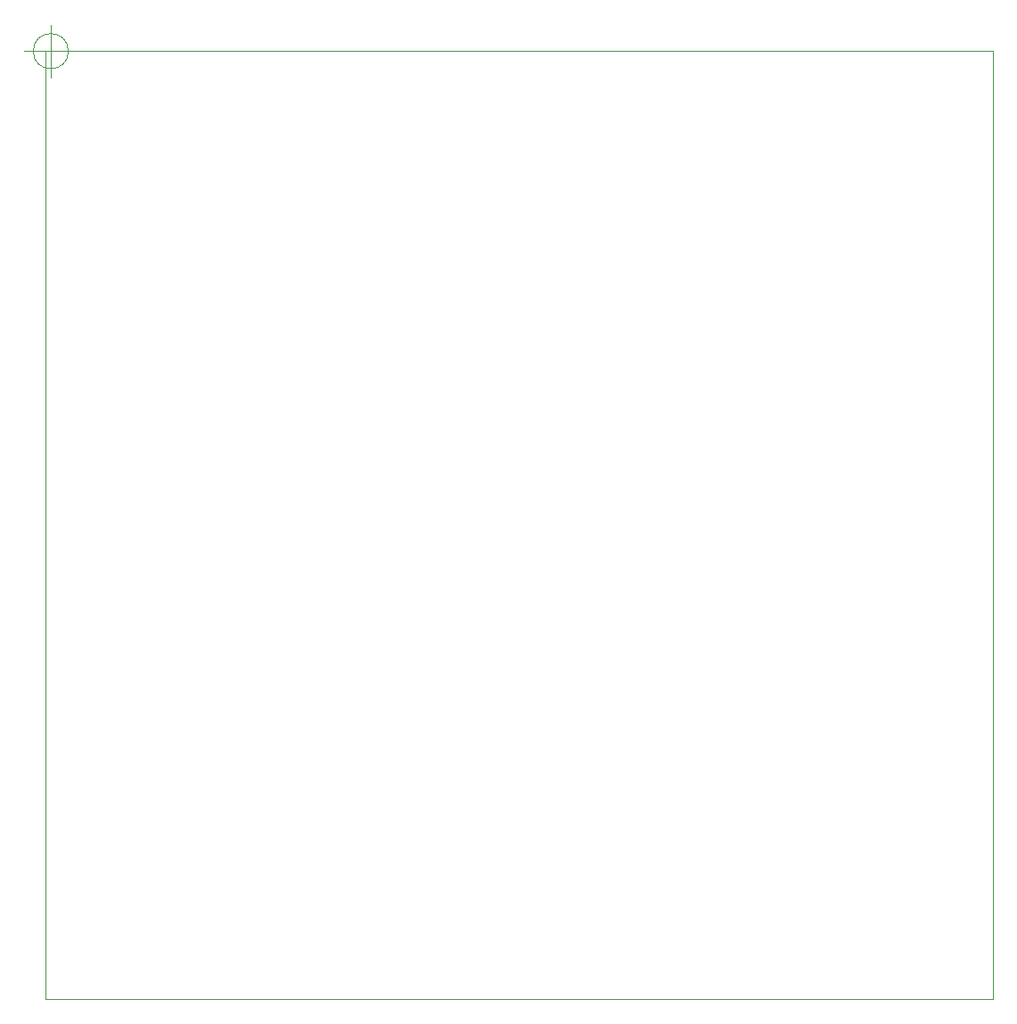
<source format=gbr>
%TF.GenerationSoftware,KiCad,Pcbnew,(5.1.9-0-10_14)*%
%TF.CreationDate,2021-07-30T11:39:19+01:00*%
%TF.ProjectId,SignalBox,5369676e-616c-4426-9f78-2e6b69636164,V2.1*%
%TF.SameCoordinates,Original*%
%TF.FileFunction,Profile,NP*%
%FSLAX46Y46*%
G04 Gerber Fmt 4.6, Leading zero omitted, Abs format (unit mm)*
G04 Created by KiCad (PCBNEW (5.1.9-0-10_14)) date 2021-07-30 11:39:19*
%MOMM*%
%LPD*%
G01*
G04 APERTURE LIST*
%TA.AperFunction,Profile*%
%ADD10C,0.050000*%
%TD*%
%TA.AperFunction,Profile*%
%ADD11C,0.010000*%
%TD*%
G04 APERTURE END LIST*
D10*
X104666666Y-47000000D02*
G75*
G03*
X104666666Y-47000000I-1666666J0D01*
G01*
X100500000Y-47000000D02*
X105500000Y-47000000D01*
X103000000Y-44500000D02*
X103000000Y-49500000D01*
X102500000Y-47000000D02*
X102500000Y-137000000D01*
X192500000Y-47000000D02*
X102500000Y-47000000D01*
X192500000Y-137000000D02*
X102500000Y-137000000D01*
D11*
X192500000Y-47000000D02*
X192500000Y-137000000D01*
M02*

</source>
